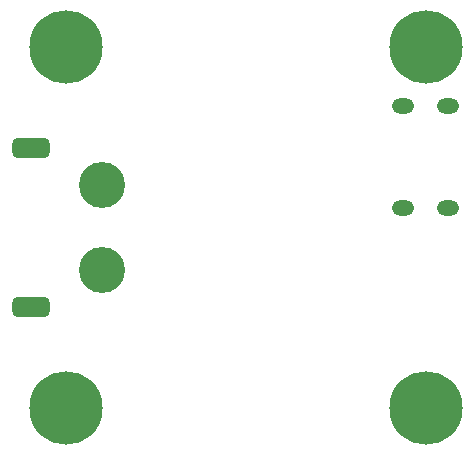
<source format=gbs>
G04*
G04 #@! TF.GenerationSoftware,Altium Limited,Altium Designer,24.5.2 (23)*
G04*
G04 Layer_Color=16711935*
%FSLAX44Y44*%
%MOMM*%
G71*
G04*
G04 #@! TF.SameCoordinates,77DF0842-A661-4F59-BA2F-9A799A7BDEE5*
G04*
G04*
G04 #@! TF.FilePolarity,Negative*
G04*
G01*
G75*
G04:AMPARAMS|DCode=55|XSize=1.9032mm|YSize=1.3032mm|CornerRadius=0.6516mm|HoleSize=0mm|Usage=FLASHONLY|Rotation=180.000|XOffset=0mm|YOffset=0mm|HoleType=Round|Shape=RoundedRectangle|*
%AMROUNDEDRECTD55*
21,1,1.9032,0.0000,0,0,180.0*
21,1,0.6000,1.3032,0,0,180.0*
1,1,1.3032,-0.3000,0.0000*
1,1,1.3032,0.3000,0.0000*
1,1,1.3032,0.3000,0.0000*
1,1,1.3032,-0.3000,0.0000*
%
%ADD55ROUNDEDRECTD55*%
G04:AMPARAMS|DCode=56|XSize=1.7032mm|YSize=3.2032mm|CornerRadius=0.4766mm|HoleSize=0mm|Usage=FLASHONLY|Rotation=90.000|XOffset=0mm|YOffset=0mm|HoleType=Round|Shape=RoundedRectangle|*
%AMROUNDEDRECTD56*
21,1,1.7032,2.2500,0,0,90.0*
21,1,0.7500,3.2032,0,0,90.0*
1,1,0.9532,1.1250,0.3750*
1,1,0.9532,1.1250,-0.3750*
1,1,0.9532,-1.1250,-0.3750*
1,1,0.9532,-1.1250,0.3750*
%
%ADD56ROUNDEDRECTD56*%
%ADD57C,3.9032*%
%ADD58C,6.2032*%
D55*
X533000Y416800D02*
D03*
X571000D02*
D03*
X533000Y503200D02*
D03*
X571000D02*
D03*
D56*
X218000Y467500D02*
D03*
Y332500D02*
D03*
D57*
X278000Y436000D02*
D03*
Y364000D02*
D03*
D58*
X552500Y552500D02*
D03*
Y247500D02*
D03*
X247500D02*
D03*
Y552500D02*
D03*
M02*

</source>
